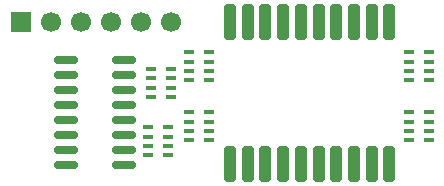
<source format=gbr>
%TF.GenerationSoftware,KiCad,Pcbnew,9.0.1*%
%TF.CreationDate,2025-08-04T21:34:24+02:00*%
%TF.ProjectId,rev1.0,72657631-2e30-42e6-9b69-6361645f7063,rev?*%
%TF.SameCoordinates,Original*%
%TF.FileFunction,Soldermask,Top*%
%TF.FilePolarity,Negative*%
%FSLAX46Y46*%
G04 Gerber Fmt 4.6, Leading zero omitted, Abs format (unit mm)*
G04 Created by KiCad (PCBNEW 9.0.1) date 2025-08-04 21:34:24*
%MOMM*%
%LPD*%
G01*
G04 APERTURE LIST*
G04 Aperture macros list*
%AMRoundRect*
0 Rectangle with rounded corners*
0 $1 Rounding radius*
0 $2 $3 $4 $5 $6 $7 $8 $9 X,Y pos of 4 corners*
0 Add a 4 corners polygon primitive as box body*
4,1,4,$2,$3,$4,$5,$6,$7,$8,$9,$2,$3,0*
0 Add four circle primitives for the rounded corners*
1,1,$1+$1,$2,$3*
1,1,$1+$1,$4,$5*
1,1,$1+$1,$6,$7*
1,1,$1+$1,$8,$9*
0 Add four rect primitives between the rounded corners*
20,1,$1+$1,$2,$3,$4,$5,0*
20,1,$1+$1,$4,$5,$6,$7,0*
20,1,$1+$1,$6,$7,$8,$9,0*
20,1,$1+$1,$8,$9,$2,$3,0*%
G04 Aperture macros list end*
%ADD10RoundRect,0.150000X-0.825000X-0.150000X0.825000X-0.150000X0.825000X0.150000X-0.825000X0.150000X0*%
%ADD11R,0.900000X0.400000*%
%ADD12RoundRect,0.150000X-0.350000X-1.350000X0.350000X-1.350000X0.350000X1.350000X-0.350000X1.350000X0*%
%ADD13R,1.700000X1.700000*%
%ADD14C,1.700000*%
G04 APERTURE END LIST*
D10*
%TO.C,SW2*%
X210820000Y-99060000D03*
X210820000Y-100330000D03*
X210820000Y-101600000D03*
X210820000Y-102870000D03*
X210820000Y-104140000D03*
X210820000Y-105410000D03*
X210820000Y-106680000D03*
X210820000Y-107950000D03*
X215770000Y-107950000D03*
X215770000Y-106680000D03*
X215770000Y-105410000D03*
X215770000Y-104140000D03*
X215770000Y-102870000D03*
X215770000Y-101600000D03*
X215770000Y-100330000D03*
X215770000Y-99060000D03*
%TD*%
D11*
%TO.C,RN5*%
X221265000Y-103505000D03*
X221265000Y-104305000D03*
X221265000Y-105105000D03*
X221265000Y-105905000D03*
X222965000Y-105905000D03*
X222965000Y-105105000D03*
X222965000Y-104305000D03*
X222965000Y-103505000D03*
%TD*%
%TO.C,RN6*%
X241555000Y-105905000D03*
X241555000Y-105105000D03*
X241555000Y-104305000D03*
X241555000Y-103505000D03*
X239855000Y-103505000D03*
X239855000Y-104305000D03*
X239855000Y-105105000D03*
X239855000Y-105905000D03*
%TD*%
D12*
%TO.C,DIS1*%
X238235000Y-107885000D03*
X236735000Y-107885000D03*
X235235000Y-107885000D03*
X233735000Y-107885000D03*
X232235000Y-107885000D03*
X230735000Y-107885000D03*
X229235000Y-107885000D03*
X227735000Y-107885000D03*
X226235000Y-107885000D03*
X224735000Y-107885000D03*
X224735000Y-95885000D03*
X226235000Y-95885000D03*
X227735000Y-95885000D03*
X229235000Y-95885000D03*
X230735000Y-95885000D03*
X232235000Y-95885000D03*
X233735000Y-95885000D03*
X235235000Y-95885000D03*
X236735000Y-95885000D03*
X238235000Y-95885000D03*
%TD*%
D13*
%TO.C,J1*%
X207010000Y-95885000D03*
D14*
X209550000Y-95885000D03*
X212090000Y-95885000D03*
X214630000Y-95885000D03*
X217170000Y-95885000D03*
X219710000Y-95885000D03*
%TD*%
D11*
%TO.C,RN1*%
X219505000Y-107175000D03*
X219505000Y-106375000D03*
X219505000Y-105575000D03*
X219505000Y-104775000D03*
X217805000Y-104775000D03*
X217805000Y-105575000D03*
X217805000Y-106375000D03*
X217805000Y-107175000D03*
%TD*%
%TO.C,RN4*%
X221265000Y-98425000D03*
X221265000Y-99225000D03*
X221265000Y-100025000D03*
X221265000Y-100825000D03*
X222965000Y-100825000D03*
X222965000Y-100025000D03*
X222965000Y-99225000D03*
X222965000Y-98425000D03*
%TD*%
%TO.C,RN2*%
X219710000Y-102235000D03*
X219710000Y-101435000D03*
X219710000Y-100635000D03*
X219710000Y-99835000D03*
X218010000Y-99835000D03*
X218010000Y-100635000D03*
X218010000Y-101435000D03*
X218010000Y-102235000D03*
%TD*%
%TO.C,RN3*%
X241555000Y-100825000D03*
X241555000Y-100025000D03*
X241555000Y-99225000D03*
X241555000Y-98425000D03*
X239855000Y-98425000D03*
X239855000Y-99225000D03*
X239855000Y-100025000D03*
X239855000Y-100825000D03*
%TD*%
M02*

</source>
